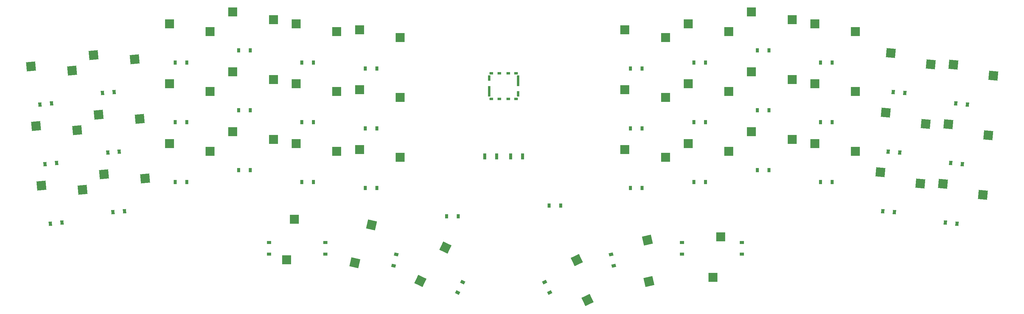
<source format=gbr>
%TF.GenerationSoftware,KiCad,Pcbnew,(6.0.6)*%
%TF.CreationDate,2022-07-17T13:12:23+02:00*%
%TF.ProjectId,main_wired,6d61696e-5f77-4697-9265-642e6b696361,v1.0.0*%
%TF.SameCoordinates,Original*%
%TF.FileFunction,Paste,Bot*%
%TF.FilePolarity,Positive*%
%FSLAX46Y46*%
G04 Gerber Fmt 4.6, Leading zero omitted, Abs format (unit mm)*
G04 Created by KiCad (PCBNEW (6.0.6)) date 2022-07-17 13:12:23*
%MOMM*%
%LPD*%
G01*
G04 APERTURE LIST*
G04 Aperture macros list*
%AMRotRect*
0 Rectangle, with rotation*
0 The origin of the aperture is its center*
0 $1 length*
0 $2 width*
0 $3 Rotation angle, in degrees counterclockwise*
0 Add horizontal line*
21,1,$1,$2,0,0,$3*%
G04 Aperture macros list end*
%ADD10RotRect,2.600000X2.600000X355.000000*%
%ADD11RotRect,2.600000X2.600000X296.000000*%
%ADD12R,1.200000X0.900000*%
%ADD13R,2.600000X2.600000*%
%ADD14R,1.000000X0.800000*%
%ADD15R,0.700000X1.500000*%
%ADD16R,0.900000X1.200000*%
%ADD17RotRect,0.900000X1.200000X355.000000*%
%ADD18RotRect,0.900000X1.200000X283.000000*%
%ADD19RotRect,2.600000X2.600000X5.000000*%
%ADD20RotRect,2.600000X2.600000X64.000000*%
%ADD21RotRect,0.900000X1.200000X5.000000*%
%ADD22RotRect,0.900000X1.200000X64.000000*%
%ADD23R,0.900000X1.700000*%
%ADD24RotRect,2.600000X2.600000X77.000000*%
%ADD25RotRect,2.600000X2.600000X283.000000*%
%ADD26RotRect,0.900000X1.200000X77.000000*%
%ADD27RotRect,0.900000X1.200000X296.000000*%
G04 APERTURE END LIST*
D10*
%TO.C,S26*%
X322637045Y-62520758D03*
X333951351Y-65719036D03*
%TD*%
D11*
%TO.C,S42*%
X234827892Y-104435941D03*
X237913732Y-115781429D03*
%TD*%
D12*
%TO.C,D40*%
X264763557Y-99406210D03*
X264763557Y-102706210D03*
%TD*%
D13*
%TO.C,S28*%
X302488557Y-71306210D03*
X314038557Y-73506210D03*
%TD*%
D14*
%TO.C,*%
X217543557Y-58606210D03*
X217543557Y-51306210D03*
X215333557Y-51306210D03*
X215333557Y-58606210D03*
D15*
X218193557Y-57206210D03*
X218193557Y-54206210D03*
X218193557Y-52706210D03*
%TD*%
D10*
%TO.C,S22*%
X338938737Y-82718403D03*
X350253043Y-85916681D03*
%TD*%
D13*
%TO.C,S8*%
X119088557Y-54306210D03*
X130638557Y-56506210D03*
%TD*%
D12*
%TO.C,D19*%
X163363557Y-102706210D03*
X163363557Y-99406210D03*
%TD*%
D13*
%TO.C,S11*%
X137088557Y-50906210D03*
X148638557Y-53106210D03*
%TD*%
D16*
%TO.C,D32*%
X286113557Y-61856210D03*
X289413557Y-61856210D03*
%TD*%
%TO.C,D13*%
X156713557Y-82256210D03*
X160013557Y-82256210D03*
%TD*%
%TO.C,D29*%
X304113557Y-65256210D03*
X307413557Y-65256210D03*
%TD*%
D17*
%TO.C,D22*%
X339603198Y-93768363D03*
X342890640Y-94055977D03*
%TD*%
D18*
%TO.C,D41*%
X244587813Y-102825974D03*
X245330151Y-106041396D03*
%TD*%
D16*
%TO.C,D36*%
X268113557Y-48256210D03*
X271413557Y-48256210D03*
%TD*%
D19*
%TO.C,S5*%
X98964994Y-63091629D03*
X110662785Y-64276608D03*
%TD*%
D16*
%TO.C,D37*%
X250113557Y-83956210D03*
X253413557Y-83956210D03*
%TD*%
%TO.C,D38*%
X250113557Y-66956210D03*
X253413557Y-66956210D03*
%TD*%
D17*
%TO.C,D24*%
X342566493Y-59897743D03*
X345853935Y-60185357D03*
%TD*%
D16*
%TO.C,D34*%
X268113557Y-82256210D03*
X271413557Y-82256210D03*
%TD*%
D13*
%TO.C,S9*%
X119088557Y-37306210D03*
X130638557Y-39506210D03*
%TD*%
D16*
%TO.C,D28*%
X304113557Y-82256210D03*
X307413557Y-82256210D03*
%TD*%
D17*
%TO.C,D25*%
X321819858Y-90506029D03*
X325107300Y-90793643D03*
%TD*%
D13*
%TO.C,S39*%
X248488557Y-39006210D03*
X260038557Y-41206210D03*
%TD*%
D16*
%TO.C,D14*%
X156713557Y-65256210D03*
X160013557Y-65256210D03*
%TD*%
%TO.C,D16*%
X174713557Y-83956210D03*
X178013557Y-83956210D03*
%TD*%
D20*
%TO.C,S21*%
X190427890Y-110323042D03*
X197468424Y-100906387D03*
%TD*%
D13*
%TO.C,S10*%
X137088557Y-67906210D03*
X148638557Y-70106210D03*
%TD*%
D12*
%TO.C,D46*%
X281763557Y-99406210D03*
X281763557Y-102706210D03*
%TD*%
D13*
%TO.C,S38*%
X248488557Y-56006210D03*
X260038557Y-58206210D03*
%TD*%
D16*
%TO.C,D44*%
X227013557Y-88956210D03*
X230313557Y-88956210D03*
%TD*%
D13*
%TO.C,S33*%
X284488557Y-33906210D03*
X296038557Y-36106210D03*
%TD*%
D21*
%TO.C,D2*%
X83754826Y-77120667D03*
X87042268Y-76833053D03*
%TD*%
D19*
%TO.C,S1*%
X82663302Y-83289274D03*
X94361093Y-84474253D03*
%TD*%
D16*
%TO.C,D11*%
X138713557Y-61856210D03*
X142013557Y-61856210D03*
%TD*%
D21*
%TO.C,D1*%
X85236473Y-94055977D03*
X88523915Y-93768363D03*
%TD*%
D22*
%TO.C,D21*%
X200982038Y-113662665D03*
X202428662Y-110696645D03*
%TD*%
D23*
%TO.C,*%
X216063557Y-74956210D03*
X219463557Y-74956210D03*
%TD*%
D13*
%TO.C,S12*%
X137088557Y-33906210D03*
X148638557Y-36106210D03*
%TD*%
D17*
%TO.C,D26*%
X323301506Y-73570719D03*
X326588948Y-73858333D03*
%TD*%
D24*
%TO.C,S20*%
X171762064Y-105161533D03*
X176503863Y-94402451D03*
%TD*%
D16*
%TO.C,D31*%
X286113557Y-78856210D03*
X289413557Y-78856210D03*
%TD*%
D10*
%TO.C,S25*%
X321155397Y-79456068D03*
X332469703Y-82654346D03*
%TD*%
D16*
%TO.C,D30*%
X304113557Y-48256210D03*
X307413557Y-48256210D03*
%TD*%
D13*
%TO.C,S36*%
X266488557Y-37306210D03*
X278038557Y-39506210D03*
%TD*%
D16*
%TO.C,D12*%
X138713557Y-44856210D03*
X142013557Y-44856210D03*
%TD*%
%TO.C,D15*%
X156713557Y-48256210D03*
X160013557Y-48256210D03*
%TD*%
D21*
%TO.C,D5*%
X101538165Y-73858333D03*
X104825607Y-73570719D03*
%TD*%
D16*
%TO.C,D17*%
X174713557Y-66956210D03*
X178013557Y-66956210D03*
%TD*%
%TO.C,D9*%
X120713557Y-48256210D03*
X124013557Y-48256210D03*
%TD*%
D19*
%TO.C,S6*%
X97483346Y-46156319D03*
X109181137Y-47341298D03*
%TD*%
D13*
%TO.C,S7*%
X119088557Y-71306210D03*
X130638557Y-73506210D03*
%TD*%
D14*
%TO.C,*%
X210583557Y-58606210D03*
X212793557Y-51306210D03*
X210583557Y-51306210D03*
X212793557Y-58606210D03*
D15*
X209933557Y-52706210D03*
X209933557Y-55706210D03*
X209933557Y-57206210D03*
%TD*%
D16*
%TO.C,D18*%
X174713557Y-49956210D03*
X178013557Y-49956210D03*
%TD*%
D25*
%TO.C,S41*%
X254891619Y-98779409D03*
X255346190Y-110528276D03*
%TD*%
D16*
%TO.C,D39*%
X250113557Y-49956210D03*
X253413557Y-49956210D03*
%TD*%
D13*
%TO.C,S19*%
X152413557Y-104331210D03*
X154613557Y-92781210D03*
%TD*%
D16*
%TO.C,D7*%
X120713557Y-82256210D03*
X124013557Y-82256210D03*
%TD*%
D21*
%TO.C,D6*%
X100056518Y-56923023D03*
X103343960Y-56635409D03*
%TD*%
D13*
%TO.C,S37*%
X248488557Y-73006210D03*
X260038557Y-75206210D03*
%TD*%
D12*
%TO.C,D45*%
X147363557Y-102706210D03*
X147363557Y-99406210D03*
%TD*%
D13*
%TO.C,S40*%
X275713557Y-97781210D03*
X273513557Y-109331210D03*
%TD*%
D10*
%TO.C,S24*%
X341902032Y-48847783D03*
X353216338Y-52046061D03*
%TD*%
D13*
%TO.C,S31*%
X284488557Y-67906210D03*
X296038557Y-70106210D03*
%TD*%
D23*
%TO.C,*%
X208663557Y-74956210D03*
X212063557Y-74956210D03*
%TD*%
D16*
%TO.C,D10*%
X138713557Y-78856210D03*
X142013557Y-78856210D03*
%TD*%
%TO.C,D43*%
X197813557Y-91956210D03*
X201113557Y-91956210D03*
%TD*%
D19*
%TO.C,S4*%
X100446641Y-80026939D03*
X112144432Y-81211918D03*
%TD*%
D13*
%TO.C,S32*%
X284488557Y-50906210D03*
X296038557Y-53106210D03*
%TD*%
D17*
%TO.C,D27*%
X324783154Y-56635409D03*
X328070596Y-56923023D03*
%TD*%
D13*
%TO.C,S13*%
X155088557Y-71306210D03*
X166638557Y-73506210D03*
%TD*%
D26*
%TO.C,D20*%
X182796963Y-106041396D03*
X183539301Y-102825974D03*
%TD*%
D21*
%TO.C,D3*%
X82273178Y-60185357D03*
X85560620Y-59897743D03*
%TD*%
D17*
%TO.C,D23*%
X341084846Y-76833053D03*
X344372288Y-77120667D03*
%TD*%
D13*
%TO.C,S30*%
X302488557Y-37306210D03*
X314038557Y-39506210D03*
%TD*%
D16*
%TO.C,D33*%
X286113557Y-44856210D03*
X289413557Y-44856210D03*
%TD*%
D19*
%TO.C,S3*%
X79700006Y-49418654D03*
X91397797Y-50603633D03*
%TD*%
D21*
%TO.C,D4*%
X103019813Y-90793643D03*
X106307255Y-90506029D03*
%TD*%
D19*
%TO.C,S2*%
X81181654Y-66353964D03*
X92879445Y-67538943D03*
%TD*%
D13*
%TO.C,S34*%
X266488557Y-71306210D03*
X278038557Y-73506210D03*
%TD*%
%TO.C,S35*%
X266488557Y-54306210D03*
X278038557Y-56506210D03*
%TD*%
D16*
%TO.C,D8*%
X120713557Y-65256210D03*
X124013557Y-65256210D03*
%TD*%
D13*
%TO.C,S16*%
X173088557Y-73006210D03*
X184638557Y-75206210D03*
%TD*%
D27*
%TO.C,D42*%
X225698451Y-110696645D03*
X227145075Y-113662665D03*
%TD*%
D13*
%TO.C,S17*%
X173088557Y-56006210D03*
X184638557Y-58206210D03*
%TD*%
%TO.C,S15*%
X155088557Y-37306210D03*
X166638557Y-39506210D03*
%TD*%
D10*
%TO.C,S23*%
X340420385Y-65783093D03*
X351734691Y-68981371D03*
%TD*%
D16*
%TO.C,D35*%
X268113557Y-65256210D03*
X271413557Y-65256210D03*
%TD*%
D10*
%TO.C,S27*%
X324118692Y-45585448D03*
X335432998Y-48783726D03*
%TD*%
D13*
%TO.C,S18*%
X173088557Y-39006210D03*
X184638557Y-41206210D03*
%TD*%
%TO.C,S29*%
X302488557Y-54306210D03*
X314038557Y-56506210D03*
%TD*%
%TO.C,S14*%
X155088557Y-54306210D03*
X166638557Y-56506210D03*
%TD*%
M02*

</source>
